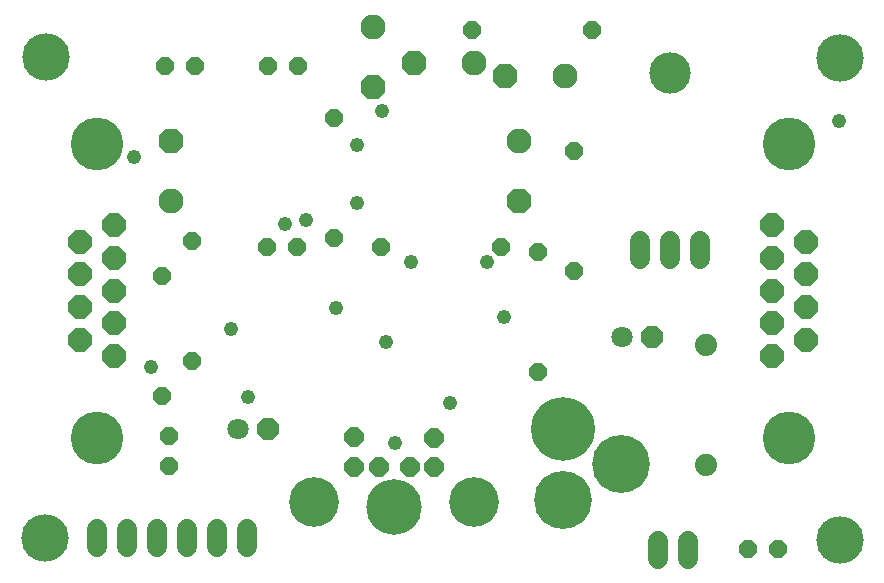
<source format=gbs>
G75*
%MOIN*%
%OFA0B0*%
%FSLAX25Y25*%
%IPPOS*%
%LPD*%
%AMOC8*
5,1,8,0,0,1.08239X$1,22.5*
%
%ADD10C,0.15800*%
%ADD11OC8,0.07100*%
%ADD12C,0.07100*%
%ADD13OC8,0.06000*%
%ADD14C,0.06737*%
%ADD15C,0.16548*%
%ADD16OC8,0.06400*%
%ADD17C,0.18516*%
%ADD18C,0.19304*%
%ADD19C,0.21272*%
%ADD20C,0.07400*%
%ADD21C,0.06800*%
%ADD22C,0.13800*%
%ADD23C,0.08300*%
%ADD24OC8,0.08300*%
%ADD25OC8,0.07850*%
%ADD26C,0.17550*%
%ADD27C,0.04800*%
D10*
X0025000Y0022500D03*
X0025500Y0183000D03*
X0290000Y0182500D03*
X0290000Y0022000D03*
D11*
X0227500Y0089500D03*
X0099500Y0059000D03*
D12*
X0089500Y0059000D03*
X0217500Y0089500D03*
D13*
X0189500Y0078000D03*
X0201500Y0111500D03*
X0189500Y0118000D03*
X0177000Y0119500D03*
X0137000Y0119500D03*
X0121500Y0122500D03*
X0109000Y0119500D03*
X0099000Y0119500D03*
X0074000Y0121500D03*
X0064000Y0110000D03*
X0074000Y0081500D03*
X0064000Y0070000D03*
X0066500Y0056500D03*
X0066500Y0046500D03*
X0201500Y0151500D03*
X0207500Y0192000D03*
X0167500Y0192000D03*
X0121500Y0162500D03*
X0109500Y0180000D03*
X0099500Y0180000D03*
X0075000Y0180000D03*
X0065000Y0180000D03*
X0259500Y0019000D03*
X0269500Y0019000D03*
D14*
X0239500Y0021469D02*
X0239500Y0015531D01*
X0229500Y0015531D02*
X0229500Y0021469D01*
X0092500Y0019531D02*
X0092500Y0025469D01*
X0082500Y0025469D02*
X0082500Y0019531D01*
X0072500Y0019531D02*
X0072500Y0025469D01*
X0062500Y0025469D02*
X0062500Y0019531D01*
X0052500Y0019531D02*
X0052500Y0025469D01*
X0042500Y0025469D02*
X0042500Y0019531D01*
D15*
X0114728Y0034453D03*
X0168075Y0034453D03*
D16*
X0154886Y0046264D03*
X0146618Y0046264D03*
X0136382Y0046264D03*
X0128114Y0046264D03*
X0128114Y0056106D03*
X0154886Y0055909D03*
D17*
X0141500Y0033000D03*
D18*
X0197791Y0035315D03*
X0217083Y0047323D03*
D19*
X0197791Y0058937D03*
D20*
X0245500Y0047000D03*
X0245500Y0087000D03*
D21*
X0243500Y0115500D02*
X0243500Y0121500D01*
X0233500Y0121500D02*
X0233500Y0115500D01*
X0223500Y0115500D02*
X0223500Y0121500D01*
D22*
X0233500Y0177500D03*
D23*
X0198500Y0176500D03*
X0168000Y0181000D03*
X0134500Y0193000D03*
X0183000Y0155000D03*
X0067000Y0135000D03*
D24*
X0067000Y0155000D03*
X0134500Y0173000D03*
X0148000Y0181000D03*
X0178500Y0176500D03*
X0183000Y0135000D03*
D25*
X0267495Y0126800D03*
X0278690Y0121350D03*
X0267495Y0115900D03*
X0278690Y0110450D03*
X0267495Y0105000D03*
X0278690Y0099550D03*
X0267495Y0094100D03*
X0278690Y0088650D03*
X0267495Y0083200D03*
X0048005Y0083200D03*
X0036810Y0088650D03*
X0048005Y0094100D03*
X0036810Y0099550D03*
X0048005Y0105000D03*
X0036810Y0110450D03*
X0048005Y0115900D03*
X0036810Y0121350D03*
X0048005Y0126800D03*
D26*
X0042405Y0154000D03*
X0042405Y0056000D03*
X0273095Y0056000D03*
X0273095Y0154000D03*
D27*
X0289900Y0161700D03*
X0178000Y0096300D03*
X0172400Y0114500D03*
X0147200Y0114500D03*
X0122000Y0099100D03*
X0138800Y0087900D03*
X0160200Y0067500D03*
X0141600Y0054300D03*
X0092600Y0069700D03*
X0060400Y0079500D03*
X0087000Y0092100D03*
X0105200Y0127100D03*
X0112200Y0128500D03*
X0129000Y0134100D03*
X0129000Y0153700D03*
X0137400Y0164900D03*
X0054800Y0149500D03*
M02*

</source>
